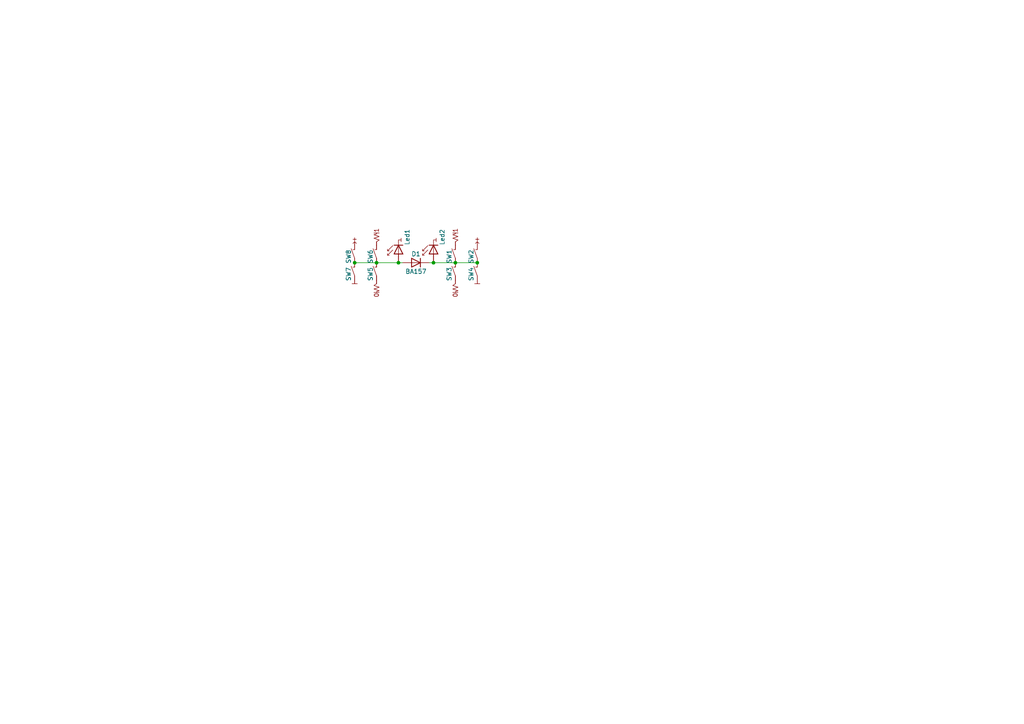
<source format=kicad_sch>
(kicad_sch (version 20230121) (generator eeschema)
  (paper "A4")
  (lib_symbols
    (symbol "Diode:BA157" (pin_numbers hide) (pin_names hide)
      (property "Reference" "D" (at 0 2.54 0))
      (property "Value" "BA157" (at 0 -2.54 0))
      (symbol "BA157_0_1"
        (polyline (pts (xy -1.27 1.27) (xy -1.27 -1.27)) (stroke (width 0.254)))
        (polyline (pts (xy 1.27 0) (xy -1.27 0)))
        (polyline (pts (xy 1.27 1.27) (xy 1.27 -1.27) (xy -1.27 0) (xy 1.27 1.27)) (stroke (width 0.254)))
      )
      (symbol "BA157_1_1"
        (pin passive line (at -3.81 0 0) (length 2.54) (name "K") (number "1"))
        (pin passive line (at 3.81 0 180) (length 2.54) (name "A") (number "2"))
      )
    )
    (symbol "chip:GND" (power) (pin_numbers hide) (pin_names (offset 0) hide) (in_bom no) (on_board no)
      (property "Value" "GND" (at 0 0 0))
      (symbol "GND_0_1"
        (polyline (pts (xy -1.016 0.762) (xy -1.016 -0.762)))
      )
      (symbol "GND_1_1"
        (pin power_in line (at 0 0 180) (length 1) (name "gnd") (number "1"))
      )
    )
    (symbol "chip:LED" (pin_numbers hide) (pin_names (offset 1.016) hide)
      (property "Reference" "Led" (at 1.016 -2.286 0))
      (symbol "LED_0_1"
        (polyline (pts (xy 2.159 3.175) (xy 2.667 3.175)))
        (polyline (pts (xy 2.54 0) (xy 5.08 0)))
        (polyline (pts (xy 5.08 1.27) (xy 5.08 -1.27)) (stroke (width 0.254)))
        (polyline (pts (xy 3.683 1.651) (xy 2.159 3.175) (xy 2.159 2.667)))
        (polyline (pts (xy 6.096 -0.762) (xy 7.112 -0.762) (xy 6.858 -0.762)))
        (polyline (pts (xy 2.54 -1.27) (xy 5.08 0) (xy 2.54 1.27) (xy 2.54 -1.27)) (stroke (width 0.254)))
        (polyline (pts (xy 5.08 0) (xy 5.842 0) (xy 6.604 0) (xy 6.604 -0.762)))
        (polyline (pts (xy 4.953 1.651) (xy 3.429 3.175) (xy 3.429 2.667) (xy 3.429 3.175) (xy 3.937 3.175)))
      )
      (symbol "LED_1_1"
        (pin input line (at 0 0 0) (length 2.54) (name "IN") (number "1"))
      )
    )
    (symbol "chip:PULLDOWN" (pin_numbers hide) (pin_names (offset 0) hide)
      (symbol "PULLDOWN_0_1"
        (polyline (pts (xy -3.556 0) (xy -3.556 -0.762)))
        (polyline (pts (xy -1.016 0) (xy -1.524 0.762) (xy -2.032 -0.762) (xy -2.54 0.762) (xy -3.048 -0.762) (xy -3.302 0) (xy -3.556 0) (xy -3.556 0.762)))
      )
      (symbol "PULLDOWN_1_1"
        (text "0" (at -4.318 0 0) (effects (font (size 1.27 1.27))))
        (pin tri_state line (at 0 0 180) (length 1) (name "OUT") (number "1"))
      )
    )
    (symbol "chip:PULLUP" (pin_numbers hide) (pin_names (offset 0) hide)
      (symbol "PULLUP_0_1"
        (polyline (pts (xy -3.54 0) (xy -3.54 -0.762)))
        (polyline (pts (xy -1 0) (xy -1.508 0.762) (xy -2.016 -0.762) (xy -2.524 0.762) (xy -3.032 -0.762) (xy -3.286 0) (xy -3.54 0) (xy -3.54 0.762)))
      )
      (symbol "PULLUP_1_1"
        (text "1" (at -4.318 0 0) (effects (font (size 1.27 1.27))))
        (pin tri_state line (at 0 0 180) (length 1) (name "OUT") (number "1"))
      )
    )
    (symbol "chip:PWR" (power) (pin_numbers hide) (pin_names (offset 0) hide) (in_bom no) (on_board no)
      (property "Value" "PWR" (at 0 0 0))
      (symbol "PWR_0_1"
        (polyline (pts (xy -0.508 0.508) (xy -1.016 0) (xy -0.508 -0.508)))
      )
      (symbol "PWR_1_1"
        (text "+" (at -2.54 0 900) (effects (font (size 1.27 1.27)) (justify top)))
        (pin power_in line (at 0 0 180) (length 1) (name "pwr") (number "1"))
      )
    )
    (symbol "chip:SWITCH" (pin_numbers hide) (pin_names (offset 0) hide)
      (property "Reference" "SW" (at 1.778 1.778 0))
      (symbol "SWITCH_0_1"
        (polyline (pts (xy 1.27 0) (xy 1.27 0)))
        (polyline (pts (xy 1.27 0) (xy 4.064 1.016)))
        (polyline (pts (xy 3.81 0.508) (xy 3.81 0)))
      )
      (symbol "SWITCH_1_1"
        (pin passive line (at 0 0 0) (length 1.27) (name "IN1") (number "1"))
        (pin passive line (at 5.08 0 180) (length 1.27) (name "IN2") (number "2"))
      )
    )
  )
  (junction (at 138.43 76.2))
  (junction (at 115.57 76.2))
  (junction (at 132.08 76.2))
  (junction (at 102.87 76.2))
  (junction (at 125.73 76.2))
  (junction (at 109.22 76.2))
  (wire (pts (xy 125.73 76.2) (xy 132.08 76.2)))
  (wire (pts (xy 132.08 76.2) (xy 138.43 76.2)))
  (wire (pts (xy 102.87 76.2) (xy 109.22 76.2)))
  (wire (pts (xy 109.22 76.2) (xy 115.57 76.2)))
  (wire (pts (xy 125.73 76.2) (xy 124.46 76.2)))
  (wire (pts (xy 115.57 76.2) (xy 116.84 76.2)))
  (symbol (lib_id "chip:SWITCH") (at 132.08 81.28 90) (unit 1)
    (property "Reference" "SW3" (at 130.302 79.502 0))
    (property "Value" "SWITCH" (effects hide))
    (property "Footprint" "Button_Switch_THT:SW_CW_GPTS203211B" (effects hide))
  )
  (symbol (lib_id "chip:PULLUP") (at 132.08 71.12 270) (unit 1)
    (property "Reference" "pullup2" (effects hide))
    (property "Value" "pull_up" (effects hide))
  )
  (symbol (lib_id "chip:SWITCH") (at 109.22 76.2 90) (unit 1)
    (property "Reference" "SW6" (at 107.442 74.422 0))
    (property "Value" "SWITCH" (effects hide))
    (property "Footprint" "Button_Switch_THT:SW_CW_GPTS203211B" (effects hide))
  )
  (symbol (lib_id "chip:PWR") (at 102.87 71.12 270) (unit 1) (in_bom no) (on_board no)
    (property "Reference" "#PWR02" (effects hide))
    (property "Value" "PWR" (at 102.87 71.12 0) (effects (font (size 0 0))))
  )
  (symbol (lib_id "chip:PWR") (at 138.43 71.12 270) (unit 1) (in_bom no) (on_board no)
    (property "Reference" "#PWR01" (effects hide))
    (property "Value" "PWR" (at 138.43 71.12 0) (effects (font (size 0 0))))
  )
  (symbol (lib_id "chip:SWITCH") (at 138.43 81.28 90) (unit 1)
    (property "Reference" "SW4" (at 136.652 79.502 0))
    (property "Value" "SWITCH" (effects hide))
    (property "Footprint" "Button_Switch_THT:SW_CW_GPTS203211B" (effects hide))
  )
  (symbol (lib_id "chip:SWITCH") (at 109.22 81.28 90) (unit 1)
    (property "Reference" "SW5" (at 107.442 79.502 0))
    (property "Value" "SWITCH" (effects hide))
    (property "Footprint" "Button_Switch_THT:SW_CW_GPTS203211B" (effects hide))
  )
  (symbol (lib_id "chip:GND") (at 102.87 81.28 90) (unit 1) (in_bom no) (on_board no)
    (property "Reference" "#GND02" (effects hide))
    (property "Value" "GND" (at 102.87 81.28 0) (effects (font (size 0 0))))
  )
  (symbol (lib_id "chip:LED") (at 125.73 76.2 90) (unit 1)
    (property "Reference" "Led2" (at 128.27 71.12 0) (effects (justify left)))
  )
  (symbol (lib_id "Diode:BA157") (at 120.65 76.2 0) (mirror y) (unit 1)
    (property "Reference" "D1" (at 120.65 73.66 0))
    (property "Value" "BA157" (at 120.65 78.74 0))
    (property "Footprint" "Diode_THT:D_DO-41_SOD81_P10.16mm_Horizontal" (effects hide))
    (property "Datasheet" "https://www.vishay.com/docs/88536/ba157.pdf" (effects hide))
    (property "Sim.Device" "D" (effects hide))
    (property "Sim.Pins" "1=K 2=A" (effects hide))
  )
  (symbol (lib_id "chip:PULLDOWN") (at 109.22 81.28 90) (unit 1)
    (property "Reference" "pulldown1" (effects hide))
    (property "Value" "pull_down" (effects hide))
  )
  (symbol (lib_id "chip:GND") (at 138.43 81.28 90) (unit 1) (in_bom no) (on_board no)
    (property "Reference" "#GND01" (effects hide))
    (property "Value" "GND" (at 138.43 81.28 0) (effects (font (size 0 0))))
  )
  (symbol (lib_id "chip:SWITCH") (at 132.08 76.2 90) (unit 1)
    (property "Reference" "SW1" (at 130.302 74.422 0))
    (property "Value" "SWITCH" (effects hide))
    (property "Footprint" "Button_Switch_THT:SW_CW_GPTS203211B" (effects hide))
  )
  (symbol (lib_id "chip:PULLDOWN") (at 132.08 81.28 90) (unit 1)
    (property "Reference" "pulldown2" (effects hide))
    (property "Value" "pull_down" (effects hide))
  )
  (symbol (lib_id "chip:SWITCH") (at 102.87 81.28 90) (unit 1)
    (property "Reference" "SW7" (at 101.092 79.502 0))
    (property "Value" "SWITCH" (effects hide))
    (property "Footprint" "Button_Switch_THT:SW_CW_GPTS203211B" (effects hide))
  )
  (symbol (lib_id "chip:LED") (at 115.57 76.2 90) (unit 1)
    (property "Reference" "Led1" (at 118.11 71.12 0) (effects (justify left)))
  )
  (symbol (lib_id "chip:PULLUP") (at 109.22 71.12 270) (unit 1)
    (property "Reference" "pullup1" (effects hide))
    (property "Value" "pull_up" (effects hide))
  )
  (symbol (lib_id "chip:SWITCH") (at 138.43 76.2 90) (unit 1)
    (property "Reference" "SW2" (at 136.652 74.422 0))
    (property "Value" "SWITCH" (effects hide))
    (property "Footprint" "Button_Switch_THT:SW_CW_GPTS203211B" (effects hide))
  )
  (symbol (lib_id "chip:SWITCH") (at 102.87 76.2 90) (unit 1)
    (property "Reference" "SW8" (at 101.092 74.422 0))
    (property "Value" "SWITCH" (effects hide))
    (property "Footprint" "Button_Switch_THT:SW_CW_GPTS203211B" (effects hide))
  )
)
</source>
